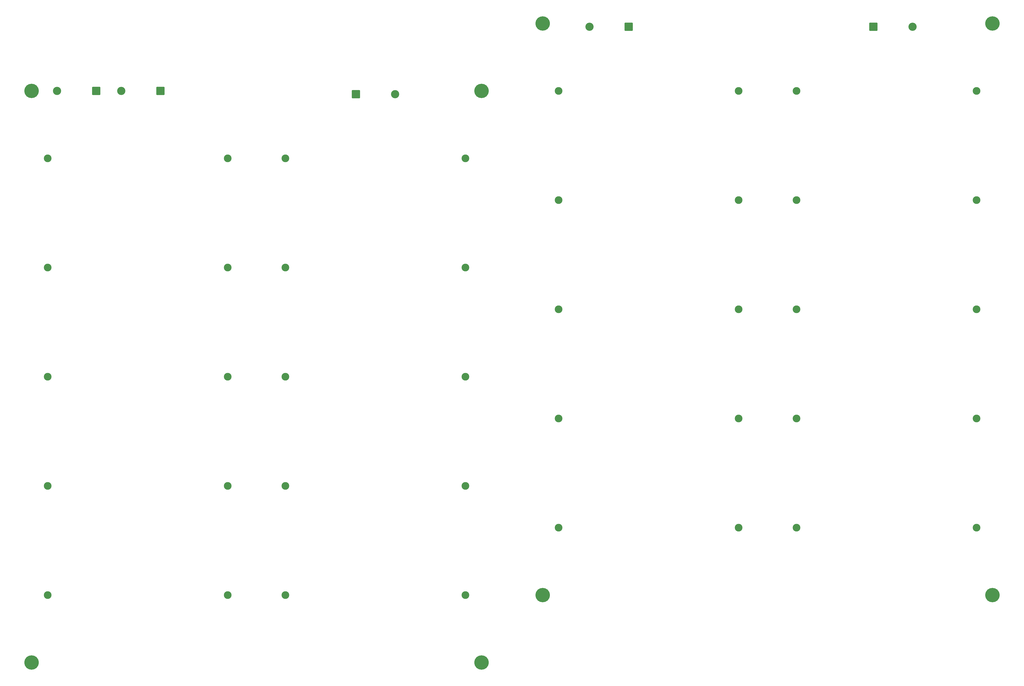
<source format=gbr>
%TF.GenerationSoftware,KiCad,Pcbnew,9.0.5*%
%TF.CreationDate,2025-11-13T21:56:36-08:00*%
%TF.ProjectId,IXOLAR,49584f4c-4152-42e6-9b69-6361645f7063,rev?*%
%TF.SameCoordinates,Original*%
%TF.FileFunction,Soldermask,Top*%
%TF.FilePolarity,Negative*%
%FSLAX46Y46*%
G04 Gerber Fmt 4.6, Leading zero omitted, Abs format (unit mm)*
G04 Created by KiCad (PCBNEW 9.0.5) date 2025-11-13 21:56:36*
%MOMM*%
%LPD*%
G01*
G04 APERTURE LIST*
G04 Aperture macros list*
%AMRoundRect*
0 Rectangle with rounded corners*
0 $1 Rounding radius*
0 $2 $3 $4 $5 $6 $7 $8 $9 X,Y pos of 4 corners*
0 Add a 4 corners polygon primitive as box body*
4,1,4,$2,$3,$4,$5,$6,$7,$8,$9,$2,$3,0*
0 Add four circle primitives for the rounded corners*
1,1,$1+$1,$2,$3*
1,1,$1+$1,$4,$5*
1,1,$1+$1,$6,$7*
1,1,$1+$1,$8,$9*
0 Add four rect primitives between the rounded corners*
20,1,$1+$1,$2,$3,$4,$5,0*
20,1,$1+$1,$4,$5,$6,$7,0*
20,1,$1+$1,$6,$7,$8,$9,0*
20,1,$1+$1,$8,$9,$2,$3,0*%
G04 Aperture macros list end*
%ADD10C,3.000000*%
%ADD11C,5.600000*%
%ADD12RoundRect,0.250000X1.350000X1.350000X-1.350000X1.350000X-1.350000X-1.350000X1.350000X-1.350000X0*%
%ADD13C,3.200000*%
%ADD14RoundRect,0.250000X-1.350000X-1.350000X1.350000X-1.350000X1.350000X1.350000X-1.350000X1.350000X0*%
G04 APERTURE END LIST*
D10*
%TO.C,SC10*%
X123750000Y-76250000D03*
X193750000Y-76250000D03*
%TD*%
%TO.C,SC20*%
X322500000Y-220000000D03*
X392500000Y-220000000D03*
%TD*%
D11*
%TO.C,H6*%
X398750000Y-23750000D03*
%TD*%
%TO.C,H2*%
X200000000Y-50000000D03*
%TD*%
D10*
%TO.C,SC7*%
X123750000Y-203750000D03*
X193750000Y-203750000D03*
%TD*%
%TO.C,SC17*%
X322500000Y-92500000D03*
X392500000Y-92500000D03*
%TD*%
%TO.C,SC1*%
X31250000Y-118750000D03*
X101250000Y-118750000D03*
%TD*%
D11*
%TO.C,H7*%
X223750000Y-246250000D03*
%TD*%
D10*
%TO.C,SC3*%
X31250000Y-203750000D03*
X101250000Y-203750000D03*
%TD*%
D11*
%TO.C,H3*%
X25000000Y-272500000D03*
%TD*%
D10*
%TO.C,SC18*%
X322500000Y-135000000D03*
X392500000Y-135000000D03*
%TD*%
D11*
%TO.C,H8*%
X398750000Y-246250000D03*
%TD*%
D10*
%TO.C,SC14*%
X230000000Y-135000000D03*
X300000000Y-135000000D03*
%TD*%
%TO.C,SC2*%
X31250000Y-161250000D03*
X101250000Y-161250000D03*
%TD*%
%TO.C,SC5*%
X123750000Y-118750000D03*
X193750000Y-118750000D03*
%TD*%
%TO.C,SC9*%
X31250000Y-76250000D03*
X101250000Y-76250000D03*
%TD*%
%TO.C,SC4*%
X31250000Y-246250000D03*
X101250000Y-246250000D03*
%TD*%
%TO.C,SC16*%
X230000000Y-220000000D03*
X300000000Y-220000000D03*
%TD*%
%TO.C,SC12*%
X322500000Y-50000000D03*
X392500000Y-50000000D03*
%TD*%
%TO.C,SC13*%
X230000000Y-92500000D03*
X300000000Y-92500000D03*
%TD*%
%TO.C,SC15*%
X230000000Y-177500000D03*
X300000000Y-177500000D03*
%TD*%
D11*
%TO.C,H5*%
X223750000Y-23750000D03*
%TD*%
D10*
%TO.C,SC19*%
X322500000Y-177500000D03*
X392500000Y-177500000D03*
%TD*%
%TO.C,SC8*%
X123750000Y-246250000D03*
X193750000Y-246250000D03*
%TD*%
%TO.C,SC6*%
X123750000Y-161250000D03*
X193750000Y-161250000D03*
%TD*%
D11*
%TO.C,H1*%
X25000000Y-50000000D03*
%TD*%
%TO.C,H4*%
X200000000Y-272500000D03*
%TD*%
D10*
%TO.C,SC11*%
X230000000Y-50000000D03*
X300000000Y-50000000D03*
%TD*%
D12*
%TO.C,D3*%
X50120000Y-50000000D03*
D13*
X34880000Y-50000000D03*
%TD*%
D12*
%TO.C,D4*%
X257250000Y-25000000D03*
D13*
X242010000Y-25000000D03*
%TD*%
D14*
%TO.C,D2*%
X151130000Y-51250000D03*
D13*
X166370000Y-51250000D03*
%TD*%
D14*
%TO.C,D5*%
X352380000Y-25000000D03*
D13*
X367620000Y-25000000D03*
%TD*%
D12*
%TO.C,D1*%
X75120000Y-50000000D03*
D13*
X59880000Y-50000000D03*
%TD*%
M02*

</source>
